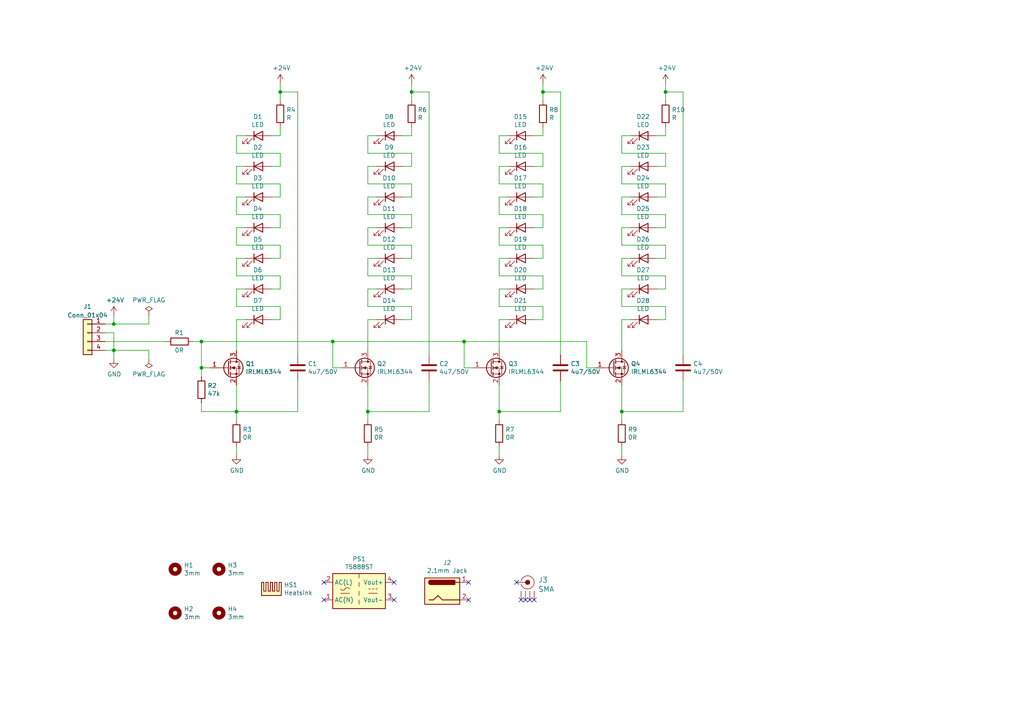
<source format=kicad_sch>
(kicad_sch (version 20230121) (generator eeschema)
  (paper "A4")
  (lib_symbols
    (symbol "Connector:Jack-DC" (pin_names (offset 1.016))
      (property "Reference" "J" (at 0 5.334 0))
      (property "Value" "Jack-DC" (at 0 -5.08 0))
      (symbol "Jack-DC_0_1"
        (rectangle (start -5.08 3.81) (end 5.08 -3.81) (stroke (width 0.254)) (fill (type background)))
        (arc (start -3.302 3.175) (mid -3.9343 2.54) (end -3.302 1.905) (stroke (width 0.254)))
        (arc (start -3.302 3.175) (mid -3.9343 2.54) (end -3.302 1.905) (stroke (width 0.254)) (fill (type outline)))
        (polyline (pts (xy 5.08 2.54) (xy 3.81 2.54)) (stroke (width 0.254)))
        (polyline (pts (xy -3.81 -2.54) (xy -2.54 -2.54) (xy -1.27 -1.27) (xy 0 -2.54) (xy 2.54 -2.54) (xy 5.08 -2.54)) (stroke (width 0.254)))
        (rectangle (start 3.683 3.175) (end -3.302 1.905) (stroke (width 0.254)) (fill (type outline)))
      )
      (symbol "Jack-DC_1_1"
        (pin passive line (at 7.62 2.54 180) (length 2.54) (name "~") (number "1"))
        (pin passive line (at 7.62 -2.54 180) (length 2.54) (name "~") (number "2"))
      )
    )
    (symbol "Connector_Generic:Conn_01x04" (pin_names (offset 1.016) hide)
      (property "Reference" "J" (at 0 5.08 0))
      (property "Value" "Conn_01x04" (at 0 -7.62 0))
      (symbol "Conn_01x04_1_1"
        (rectangle (start -1.27 -4.953) (end 0 -5.207) (stroke (width 0.1524)))
        (rectangle (start -1.27 -2.413) (end 0 -2.667) (stroke (width 0.1524)))
        (rectangle (start -1.27 0.127) (end 0 -0.127) (stroke (width 0.1524)))
        (rectangle (start -1.27 2.667) (end 0 2.413) (stroke (width 0.1524)))
        (rectangle (start -1.27 3.81) (end 1.27 -6.35) (stroke (width 0.254)) (fill (type background)))
        (pin passive line (at -5.08 2.54 0) (length 3.81) (name "Pin_1") (number "1"))
        (pin passive line (at -5.08 0 0) (length 3.81) (name "Pin_2") (number "2"))
        (pin passive line (at -5.08 -2.54 0) (length 3.81) (name "Pin_3") (number "3"))
        (pin passive line (at -5.08 -5.08 0) (length 3.81) (name "Pin_4") (number "4"))
      )
    )
    (symbol "Device:C" (pin_numbers hide) (pin_names (offset 0.254))
      (property "Reference" "C" (at 0.635 2.54 0))
      (property "Value" "C" (at 0.635 -2.54 0))
      (symbol "C_0_1"
        (polyline (pts (xy -2.032 -0.762) (xy 2.032 -0.762)) (stroke (width 0.508)))
        (polyline (pts (xy -2.032 0.762) (xy 2.032 0.762)) (stroke (width 0.508)))
      )
      (symbol "C_1_1"
        (pin passive line (at 0 3.81 270) (length 2.794) (name "~") (number "1"))
        (pin passive line (at 0 -3.81 90) (length 2.794) (name "~") (number "2"))
      )
    )
    (symbol "Device:LED" (pin_numbers hide) (pin_names (offset 1.016) hide)
      (property "Reference" "D" (at 0 2.54 0))
      (property "Value" "LED" (at 0 -2.54 0))
      (symbol "LED_0_1"
        (polyline (pts (xy -1.27 -1.27) (xy -1.27 1.27)) (stroke (width 0.254)))
        (polyline (pts (xy -1.27 0) (xy 1.27 0)))
        (polyline (pts (xy 1.27 -1.27) (xy 1.27 1.27) (xy -1.27 0) (xy 1.27 -1.27)) (stroke (width 0.254)))
        (polyline (pts (xy -3.048 -0.762) (xy -4.572 -2.286) (xy -3.81 -2.286) (xy -4.572 -2.286) (xy -4.572 -1.524)))
        (polyline (pts (xy -1.778 -0.762) (xy -3.302 -2.286) (xy -2.54 -2.286) (xy -3.302 -2.286) (xy -3.302 -1.524)))
      )
      (symbol "LED_1_1"
        (pin passive line (at -3.81 0 0) (length 2.54) (name "K") (number "1"))
        (pin passive line (at 3.81 0 180) (length 2.54) (name "A") (number "2"))
      )
    )
    (symbol "Device:Q_NMOS_GSD" (pin_names (offset 0) hide)
      (property "Reference" "Q" (at 5.08 1.27 0))
      (property "Value" "Q_NMOS_GSD" (at 5.08 -1.27 0))
      (symbol "Q_NMOS_GSD_0_1"
        (polyline (pts (xy 0.254 0) (xy -2.54 0)))
        (polyline (pts (xy 0.254 1.905) (xy 0.254 -1.905)) (stroke (width 0.254)))
        (polyline (pts (xy 0.762 -1.27) (xy 0.762 -2.286)) (stroke (width 0.254)))
        (polyline (pts (xy 0.762 0.508) (xy 0.762 -0.508)) (stroke (width 0.254)))
        (polyline (pts (xy 0.762 2.286) (xy 0.762 1.27)) (stroke (width 0.254)))
        (polyline (pts (xy 2.54 2.54) (xy 2.54 1.778)))
        (polyline (pts (xy 2.54 -2.54) (xy 2.54 0) (xy 0.762 0)))
        (polyline (pts (xy 0.762 -1.778) (xy 3.302 -1.778) (xy 3.302 1.778) (xy 0.762 1.778)))
        (polyline (pts (xy 1.016 0) (xy 2.032 0.381) (xy 2.032 -0.381) (xy 1.016 0)) (fill (type outline)))
        (polyline (pts (xy 2.794 0.508) (xy 2.921 0.381) (xy 3.683 0.381) (xy 3.81 0.254)))
        (polyline (pts (xy 3.302 0.381) (xy 2.921 -0.254) (xy 3.683 -0.254) (xy 3.302 0.381)))
        (circle (center 1.651 0) (radius 2.794) (stroke (width 0.254)))
        (circle (center 2.54 -1.778) (radius 0.254) (fill (type outline)))
        (circle (center 2.54 1.778) (radius 0.254) (fill (type outline)))
      )
      (symbol "Q_NMOS_GSD_1_1"
        (pin input line (at -5.08 0 0) (length 2.54) (name "G") (number "1"))
        (pin passive line (at 2.54 -5.08 90) (length 2.54) (name "S") (number "2"))
        (pin passive line (at 2.54 5.08 270) (length 2.54) (name "D") (number "3"))
      )
    )
    (symbol "Device:R" (pin_numbers hide) (pin_names (offset 0))
      (property "Reference" "R" (at 2.032 0 90))
      (property "Value" "R" (at 0 0 90))
      (symbol "R_0_1"
        (rectangle (start -1.016 -2.54) (end 1.016 2.54) (stroke (width 0.254)))
      )
      (symbol "R_1_1"
        (pin passive line (at 0 3.81 270) (length 1.27) (name "~") (number "1"))
        (pin passive line (at 0 -3.81 90) (length 1.27) (name "~") (number "2"))
      )
    )
    (symbol "LEDring-rescue:RAC01-24SGB-Converter_ACDC"
      (property "Reference" "PS" (at 0 6.35 0))
      (property "Value" "Converter_ACDC_RAC01-24SGB" (at 0 -6.35 0))
      (symbol "RAC01-24SGB-Converter_ACDC_1_1"
        (rectangle (start -7.62 5.08) (end 7.62 -5.08) (stroke (width 0.254)) (fill (type background)))
        (arc (start -5.334 0.635) (mid -4.699 0.2495) (end -4.064 0.635))
        (arc (start -2.794 0.635) (mid -3.429 1.0072) (end -4.064 0.635))
        (polyline (pts (xy -5.334 -0.635) (xy -2.794 -0.635)))
        (polyline (pts (xy 0 -2.54) (xy 0 -3.81)))
        (polyline (pts (xy 0 0) (xy 0 -1.27)))
        (polyline (pts (xy 0 2.54) (xy 0 1.27)))
        (polyline (pts (xy 0 5.08) (xy 0 3.81)))
        (polyline (pts (xy 2.794 -0.635) (xy 5.334 -0.635)))
        (polyline (pts (xy 2.794 0.635) (xy 3.302 0.635)))
        (polyline (pts (xy 3.81 0.635) (xy 4.318 0.635)))
        (polyline (pts (xy 4.826 0.635) (xy 5.334 0.635)))
        (pin power_in line (at -10.16 -2.54 0) (length 2.54) (name "AC(N)") (number "1"))
        (pin power_in line (at -10.16 2.54 0) (length 2.54) (name "AC(L)") (number "2"))
        (pin power_out line (at 10.16 -2.54 180) (length 2.54) (name "Vout-") (number "3"))
        (pin power_out line (at 10.16 2.54 180) (length 2.54) (name "Vout+") (number "4"))
      )
    )
    (symbol "LEDring-rescue:SMA-jakub" (pin_numbers hide) (pin_names (offset 1.016) hide)
      (property "Reference" "J" (at 3.175 8.001 0))
      (property "Value" "jakub_SMA" (at 4.826 6.096 0))
      (property "Footprint" "SMA" (at 4.445 4.318 0))
      (symbol "SMA-jakub_0_1"
        (arc (start -2.54 7.112) (mid -1.8259 6.0889) (end -0.635 5.715))
        (arc (start -0.635 5.715) (mid 1.2617 7.62) (end -0.635 9.525))
        (circle (center -0.635 7.62) (radius 0.635) (fill (type outline)))
        (arc (start -0.635 9.525) (mid -1.8486 9.09) (end -2.54 8.001))
      )
      (symbol "SMA-jakub_1_1"
        (pin bidirectional line (at -3.81 7.62 0) (length 2.54) (name "RF") (number "1"))
        (pin power_in line (at -2.54 2.54 90) (length 2.54) (name "GND1") (number "2"))
        (pin power_in line (at -1.27 2.54 90) (length 2.54) (name "GND2") (number "3"))
        (pin power_in line (at 0 2.54 90) (length 2.54) (name "GND3") (number "4"))
        (pin power_in line (at 1.27 2.54 90) (length 2.54) (name "GND4") (number "5"))
      )
    )
    (symbol "Mechanical:Heatsink" (pin_names (offset 1.016))
      (property "Reference" "HS" (at 0 5.08 0))
      (property "Value" "Heatsink" (at 0 -1.27 0))
      (symbol "Heatsink_0_1"
        (polyline (pts (xy -0.3302 1.27) (xy -0.9652 1.27) (xy -0.9652 3.81) (xy -1.6002 3.81) (xy -1.6002 1.27) (xy -2.2352 1.27) (xy -2.2352 3.81) (xy -2.8702 3.81) (xy -2.8702 0) (xy -0.9652 0)) (stroke (width 0.254)) (fill (type background)))
        (polyline (pts (xy -0.3302 1.27) (xy -0.3302 3.81) (xy 0.3048 3.81) (xy 0.3048 1.27) (xy 0.9398 1.27) (xy 0.9398 3.81) (xy 1.5748 3.81) (xy 1.5748 1.27) (xy 2.2098 1.27) (xy 2.2098 3.81) (xy 2.8448 3.81) (xy 2.8448 0) (xy -0.9652 0)) (stroke (width 0.254)) (fill (type background)))
      )
    )
    (symbol "Mechanical:MountingHole" (pin_names (offset 1.016))
      (property "Reference" "H" (at 0 5.08 0))
      (property "Value" "MountingHole" (at 0 3.175 0))
      (symbol "MountingHole_0_1"
        (circle (center 0 0) (radius 1.27) (stroke (width 1.27)))
      )
    )
    (symbol "power:+24V" (power) (pin_names (offset 0))
      (property "Value" "+24V" (at 0 3.556 0))
      (symbol "+24V_0_1"
        (polyline (pts (xy -0.762 1.27) (xy 0 2.54)))
        (polyline (pts (xy 0 0) (xy 0 2.54)))
        (polyline (pts (xy 0 2.54) (xy 0.762 1.27)))
      )
      (symbol "+24V_1_1"
        (pin power_in line (at 0 0 90) (length 0) hide (name "+24V") (number "1"))
      )
    )
    (symbol "power:GND" (power) (pin_names (offset 0))
      (property "Value" "GND" (at 0 -3.81 0))
      (symbol "GND_0_1"
        (polyline (pts (xy 0 0) (xy 0 -1.27) (xy 1.27 -1.27) (xy 0 -2.54) (xy -1.27 -1.27) (xy 0 -1.27)))
      )
      (symbol "GND_1_1"
        (pin power_in line (at 0 0 270) (length 0) hide (name "GND") (number "1"))
      )
    )
    (symbol "power:PWR_FLAG" (power) (pin_numbers hide) (pin_names (offset 0) hide)
      (property "Value" "PWR_FLAG" (at 0 3.81 0))
      (symbol "PWR_FLAG_0_0"
        (pin power_out line (at 0 0 90) (length 0) (name "pwr") (number "1"))
      )
      (symbol "PWR_FLAG_0_1"
        (polyline (pts (xy 0 0) (xy 0 1.27) (xy -1.016 1.905) (xy 0 2.54) (xy 1.016 1.905) (xy 0 1.27)))
      )
    )
  )
  (junction (at 58.42 99.06))
  (junction (at 119.38 26.67))
  (junction (at 33.02 93.98))
  (junction (at 81.28 26.67))
  (junction (at 68.58 119.38))
  (junction (at 134.62 99.06))
  (junction (at 106.68 119.38))
  (junction (at 33.02 101.6))
  (junction (at 157.48 26.67))
  (junction (at 180.34 119.38))
  (junction (at 58.42 106.68))
  (junction (at 193.04 26.67))
  (junction (at 144.78 119.38))
  (junction (at 96.52 99.06))
  (no_connect (at 154.94 173.99))
  (no_connect (at 153.67 173.99))
  (no_connect (at 149.86 168.91))
  (no_connect (at 114.3 173.99))
  (no_connect (at 135.89 173.99))
  (no_connect (at 114.3 168.91))
  (no_connect (at 93.98 173.99))
  (no_connect (at 93.98 168.91))
  (no_connect (at 135.89 168.91))
  (no_connect (at 151.13 173.99))
  (no_connect (at 152.4 173.99))
  (wire (pts (xy 193.04 83.82) (xy 190.5 83.82)))
  (wire (pts (xy 180.34 119.38) (xy 180.34 121.92)))
  (wire (pts (xy 180.34 71.12) (xy 193.04 71.12)))
  (wire (pts (xy 33.02 101.6) (xy 33.02 104.14)))
  (wire (pts (xy 106.68 62.23) (xy 119.38 62.23)))
  (wire (pts (xy 180.34 83.82) (xy 180.34 88.9)))
  (wire (pts (xy 68.58 74.93) (xy 68.58 80.01)))
  (wire (pts (xy 78.74 39.37) (xy 81.28 39.37)))
  (wire (pts (xy 33.02 96.52) (xy 33.02 101.6)))
  (wire (pts (xy 144.78 101.6) (xy 144.78 92.71)))
  (wire (pts (xy 157.48 71.12) (xy 157.48 74.93)))
  (wire (pts (xy 106.68 74.93) (xy 106.68 80.01)))
  (wire (pts (xy 81.28 92.71) (xy 81.28 88.9)))
  (wire (pts (xy 81.28 29.21) (xy 81.28 26.67)))
  (wire (pts (xy 119.38 62.23) (xy 119.38 66.04)))
  (wire (pts (xy 144.78 111.76) (xy 144.78 119.38)))
  (wire (pts (xy 180.34 39.37) (xy 180.34 44.45)))
  (wire (pts (xy 68.58 119.38) (xy 86.36 119.38)))
  (wire (pts (xy 119.38 66.04) (xy 116.84 66.04)))
  (wire (pts (xy 116.84 57.15) (xy 119.38 57.15)))
  (wire (pts (xy 193.04 88.9) (xy 193.04 92.71)))
  (wire (pts (xy 144.78 119.38) (xy 144.78 121.92)))
  (wire (pts (xy 193.04 71.12) (xy 193.04 74.93)))
  (wire (pts (xy 124.46 110.49) (xy 124.46 119.38)))
  (wire (pts (xy 193.04 26.67) (xy 193.04 29.21)))
  (wire (pts (xy 119.38 53.34) (xy 106.68 53.34)))
  (wire (pts (xy 119.38 80.01) (xy 119.38 83.82)))
  (wire (pts (xy 119.38 44.45) (xy 119.38 48.26)))
  (wire (pts (xy 71.12 57.15) (xy 68.58 57.15)))
  (wire (pts (xy 119.38 74.93) (xy 116.84 74.93)))
  (wire (pts (xy 68.58 53.34) (xy 81.28 53.34)))
  (wire (pts (xy 71.12 48.26) (xy 68.58 48.26)))
  (wire (pts (xy 157.48 53.34) (xy 157.48 57.15)))
  (wire (pts (xy 30.48 99.06) (xy 48.26 99.06)))
  (wire (pts (xy 144.78 44.45) (xy 157.48 44.45)))
  (wire (pts (xy 180.34 44.45) (xy 193.04 44.45)))
  (wire (pts (xy 193.04 39.37) (xy 190.5 39.37)))
  (wire (pts (xy 109.22 48.26) (xy 106.68 48.26)))
  (wire (pts (xy 157.48 66.04) (xy 154.94 66.04)))
  (wire (pts (xy 33.02 101.6) (xy 43.18 101.6)))
  (wire (pts (xy 58.42 109.22) (xy 58.42 106.68)))
  (wire (pts (xy 106.68 129.54) (xy 106.68 132.08)))
  (wire (pts (xy 157.48 44.45) (xy 157.48 48.26)))
  (wire (pts (xy 106.68 88.9) (xy 106.68 83.82)))
  (wire (pts (xy 81.28 80.01) (xy 81.28 83.82)))
  (wire (pts (xy 68.58 71.12) (xy 81.28 71.12)))
  (wire (pts (xy 154.94 39.37) (xy 157.48 39.37)))
  (wire (pts (xy 182.88 83.82) (xy 180.34 83.82)))
  (wire (pts (xy 55.88 99.06) (xy 58.42 99.06)))
  (wire (pts (xy 193.04 36.83) (xy 193.04 39.37)))
  (wire (pts (xy 81.28 44.45) (xy 81.28 48.26)))
  (wire (pts (xy 116.84 92.71) (xy 119.38 92.71)))
  (wire (pts (xy 119.38 24.13) (xy 119.38 26.67)))
  (wire (pts (xy 147.32 83.82) (xy 144.78 83.82)))
  (wire (pts (xy 144.78 48.26) (xy 144.78 53.34)))
  (wire (pts (xy 144.78 92.71) (xy 147.32 92.71)))
  (wire (pts (xy 157.48 80.01) (xy 157.48 83.82)))
  (wire (pts (xy 157.48 26.67) (xy 157.48 24.13)))
  (wire (pts (xy 198.12 26.67) (xy 193.04 26.67)))
  (wire (pts (xy 119.38 71.12) (xy 119.38 74.93)))
  (wire (pts (xy 109.22 66.04) (xy 106.68 66.04)))
  (wire (pts (xy 144.78 80.01) (xy 157.48 80.01)))
  (wire (pts (xy 193.04 92.71) (xy 190.5 92.71)))
  (wire (pts (xy 119.38 57.15) (xy 119.38 53.34)))
  (wire (pts (xy 198.12 119.38) (xy 180.34 119.38)))
  (wire (pts (xy 147.32 48.26) (xy 144.78 48.26)))
  (wire (pts (xy 106.68 57.15) (xy 106.68 62.23)))
  (wire (pts (xy 180.34 80.01) (xy 193.04 80.01)))
  (wire (pts (xy 162.56 102.87) (xy 162.56 26.67)))
  (wire (pts (xy 106.68 71.12) (xy 119.38 71.12)))
  (wire (pts (xy 78.74 74.93) (xy 81.28 74.93)))
  (wire (pts (xy 180.34 92.71) (xy 182.88 92.71)))
  (wire (pts (xy 134.62 99.06) (xy 134.62 106.68)))
  (wire (pts (xy 154.94 74.93) (xy 157.48 74.93)))
  (wire (pts (xy 68.58 44.45) (xy 81.28 44.45)))
  (wire (pts (xy 119.38 83.82) (xy 116.84 83.82)))
  (wire (pts (xy 58.42 119.38) (xy 68.58 119.38)))
  (wire (pts (xy 81.28 26.67) (xy 81.28 24.13)))
  (wire (pts (xy 68.58 119.38) (xy 68.58 121.92)))
  (wire (pts (xy 144.78 62.23) (xy 157.48 62.23)))
  (wire (pts (xy 180.34 111.76) (xy 180.34 119.38)))
  (wire (pts (xy 180.34 88.9) (xy 193.04 88.9)))
  (wire (pts (xy 81.28 39.37) (xy 81.28 36.83)))
  (wire (pts (xy 109.22 57.15) (xy 106.68 57.15)))
  (wire (pts (xy 109.22 74.93) (xy 106.68 74.93)))
  (wire (pts (xy 30.48 93.98) (xy 33.02 93.98)))
  (wire (pts (xy 71.12 74.93) (xy 68.58 74.93)))
  (wire (pts (xy 68.58 57.15) (xy 68.58 62.23)))
  (wire (pts (xy 180.34 74.93) (xy 180.34 80.01)))
  (wire (pts (xy 162.56 26.67) (xy 157.48 26.67)))
  (wire (pts (xy 193.04 53.34) (xy 193.04 57.15)))
  (wire (pts (xy 157.48 92.71) (xy 157.48 88.9)))
  (wire (pts (xy 33.02 93.98) (xy 43.18 93.98)))
  (wire (pts (xy 170.18 106.68) (xy 172.72 106.68)))
  (wire (pts (xy 180.34 101.6) (xy 180.34 92.71)))
  (wire (pts (xy 124.46 119.38) (xy 106.68 119.38)))
  (wire (pts (xy 193.04 66.04) (xy 190.5 66.04)))
  (wire (pts (xy 180.34 57.15) (xy 180.34 62.23)))
  (wire (pts (xy 119.38 48.26) (xy 116.84 48.26)))
  (wire (pts (xy 86.36 26.67) (xy 81.28 26.67)))
  (wire (pts (xy 157.48 62.23) (xy 157.48 66.04)))
  (wire (pts (xy 81.28 88.9) (xy 68.58 88.9)))
  (wire (pts (xy 147.32 74.93) (xy 144.78 74.93)))
  (wire (pts (xy 134.62 106.68) (xy 137.16 106.68)))
  (wire (pts (xy 119.38 26.67) (xy 119.38 29.21)))
  (wire (pts (xy 182.88 57.15) (xy 180.34 57.15)))
  (wire (pts (xy 71.12 92.71) (xy 68.58 92.71)))
  (wire (pts (xy 106.68 53.34) (xy 106.68 48.26)))
  (wire (pts (xy 180.34 48.26) (xy 180.34 53.34)))
  (wire (pts (xy 157.48 29.21) (xy 157.48 26.67)))
  (wire (pts (xy 180.34 129.54) (xy 180.34 132.08)))
  (wire (pts (xy 182.88 48.26) (xy 180.34 48.26)))
  (wire (pts (xy 68.58 80.01) (xy 81.28 80.01)))
  (wire (pts (xy 96.52 99.06) (xy 96.52 106.68)))
  (wire (pts (xy 180.34 53.34) (xy 193.04 53.34)))
  (wire (pts (xy 154.94 92.71) (xy 157.48 92.71)))
  (wire (pts (xy 144.78 57.15) (xy 144.78 62.23)))
  (wire (pts (xy 106.68 44.45) (xy 119.38 44.45)))
  (wire (pts (xy 71.12 83.82) (xy 68.58 83.82)))
  (wire (pts (xy 144.78 53.34) (xy 157.48 53.34)))
  (wire (pts (xy 124.46 102.87) (xy 124.46 26.67)))
  (wire (pts (xy 157.48 57.15) (xy 154.94 57.15)))
  (wire (pts (xy 144.78 129.54) (xy 144.78 132.08)))
  (wire (pts (xy 96.52 106.68) (xy 99.06 106.68)))
  (wire (pts (xy 144.78 71.12) (xy 157.48 71.12)))
  (wire (pts (xy 193.04 44.45) (xy 193.04 48.26)))
  (wire (pts (xy 58.42 116.84) (xy 58.42 119.38)))
  (wire (pts (xy 147.32 57.15) (xy 144.78 57.15)))
  (wire (pts (xy 33.02 93.98) (xy 33.02 91.44)))
  (wire (pts (xy 58.42 106.68) (xy 58.42 99.06)))
  (wire (pts (xy 81.28 71.12) (xy 81.28 74.93)))
  (wire (pts (xy 180.34 62.23) (xy 193.04 62.23)))
  (wire (pts (xy 81.28 53.34) (xy 81.28 57.15)))
  (wire (pts (xy 157.48 48.26) (xy 154.94 48.26)))
  (wire (pts (xy 198.12 110.49) (xy 198.12 119.38)))
  (wire (pts (xy 109.22 39.37) (xy 106.68 39.37)))
  (wire (pts (xy 182.88 39.37) (xy 180.34 39.37)))
  (wire (pts (xy 81.28 66.04) (xy 78.74 66.04)))
  (wire (pts (xy 180.34 66.04) (xy 180.34 71.12)))
  (wire (pts (xy 68.58 88.9) (xy 68.58 83.82)))
  (wire (pts (xy 81.28 48.26) (xy 78.74 48.26)))
  (wire (pts (xy 144.78 88.9) (xy 144.78 83.82)))
  (wire (pts (xy 106.68 119.38) (xy 106.68 121.92)))
  (wire (pts (xy 68.58 111.76) (xy 68.58 119.38)))
  (wire (pts (xy 106.68 39.37) (xy 106.68 44.45)))
  (wire (pts (xy 144.78 74.93) (xy 144.78 80.01)))
  (wire (pts (xy 157.48 83.82) (xy 154.94 83.82)))
  (wire (pts (xy 30.48 101.6) (xy 33.02 101.6)))
  (wire (pts (xy 81.28 62.23) (xy 81.28 66.04)))
  (wire (pts (xy 193.04 74.93) (xy 190.5 74.93)))
  (wire (pts (xy 58.42 99.06) (xy 96.52 99.06)))
  (wire (pts (xy 193.04 24.13) (xy 193.04 26.67)))
  (wire (pts (xy 170.18 99.06) (xy 170.18 106.68)))
  (wire (pts (xy 109.22 83.82) (xy 106.68 83.82)))
  (wire (pts (xy 86.36 119.38) (xy 86.36 110.49)))
  (wire (pts (xy 68.58 48.26) (xy 68.58 53.34)))
  (wire (pts (xy 119.38 88.9) (xy 106.68 88.9)))
  (wire (pts (xy 96.52 99.06) (xy 134.62 99.06)))
  (wire (pts (xy 182.88 74.93) (xy 180.34 74.93)))
  (wire (pts (xy 190.5 57.15) (xy 193.04 57.15)))
  (wire (pts (xy 157.48 88.9) (xy 144.78 88.9)))
  (wire (pts (xy 106.68 111.76) (xy 106.68 119.38)))
  (wire (pts (xy 81.28 57.15) (xy 78.74 57.15)))
  (wire (pts (xy 43.18 93.98) (xy 43.18 91.44)))
  (wire (pts (xy 124.46 26.67) (xy 119.38 26.67)))
  (wire (pts (xy 162.56 110.49) (xy 162.56 119.38)))
  (wire (pts (xy 109.22 92.71) (xy 106.68 92.71)))
  (wire (pts (xy 106.68 92.71) (xy 106.68 101.6)))
  (wire (pts (xy 68.58 129.54) (xy 68.58 132.08)))
  (wire (pts (xy 68.58 92.71) (xy 68.58 101.6)))
  (wire (pts (xy 71.12 39.37) (xy 68.58 39.37)))
  (wire (pts (xy 144.78 66.04) (xy 144.78 71.12)))
  (wire (pts (xy 68.58 62.23) (xy 81.28 62.23)))
  (wire (pts (xy 68.58 39.37) (xy 68.58 44.45)))
  (wire (pts (xy 182.88 66.04) (xy 180.34 66.04)))
  (wire (pts (xy 193.04 48.26) (xy 190.5 48.26)))
  (wire (pts (xy 106.68 66.04) (xy 106.68 71.12)))
  (wire (pts (xy 162.56 119.38) (xy 144.78 119.38)))
  (wire (pts (xy 30.48 96.52) (xy 33.02 96.52)))
  (wire (pts (xy 58.42 106.68) (xy 60.96 106.68)))
  (wire (pts (xy 119.38 92.71) (xy 119.38 88.9)))
  (wire (pts (xy 193.04 80.01) (xy 193.04 83.82)))
  (wire (pts (xy 119.38 39.37) (xy 116.84 39.37)))
  (wire (pts (xy 157.48 39.37) (xy 157.48 36.83)))
  (wire (pts (xy 198.12 102.87) (xy 198.12 26.67)))
  (wire (pts (xy 106.68 80.01) (xy 119.38 80.01)))
  (wire (pts (xy 119.38 36.83) (xy 119.38 39.37)))
  (wire (pts (xy 78.74 92.71) (xy 81.28 92.71)))
  (wire (pts (xy 81.28 83.82) (xy 78.74 83.82)))
  (wire (pts (xy 71.12 66.04) (xy 68.58 66.04)))
  (wire (pts (xy 134.62 99.06) (xy 170.18 99.06)))
  (wire (pts (xy 147.32 39.37) (xy 144.78 39.37)))
  (wire (pts (xy 144.78 39.37) (xy 144.78 44.45)))
  (wire (pts (xy 193.04 62.23) (xy 193.04 66.04)))
  (wire (pts (xy 68.58 66.04) (xy 68.58 71.12)))
  (wire (pts (xy 147.32 66.04) (xy 144.78 66.04)))
  (wire (pts (xy 43.18 101.6) (xy 43.18 104.14)))
  (wire (pts (xy 86.36 102.87) (xy 86.36 26.67)))
  (symbol (lib_id "Device:LED") (at 74.93 39.37 0) (unit 1)
    (property "Reference" "D1" (at 74.7522 33.8582 0))
    (property "Value" "LED" (at 74.7522 36.1696 0))
    (property "Footprint" "jakub:LED_Cree_PLCC2" (effects hide))
    (property "Part Number" "CLM3C-WKW-CWBYA453" (effects hide))
    (property "Manufacturer" "Cree" (effects hide))
    (property "Package" "2.7 mm x 2.0 mm" (effects hide))
    (property "Supplier" "Farnell" (effects hide))
    (property "Order Code" "1855551" (effects hide))
    (property "Note" "SMD LED cool white 25 mA" (effects hide))
  )
  (symbol (lib_id "Device:LED") (at 74.93 48.26 0) (unit 1)
    (property "Reference" "D2" (at 74.7522 42.7482 0))
    (property "Value" "LED" (at 74.7522 45.0596 0))
    (property "Footprint" "jakub:LED_Cree_PLCC2" (effects hide))
    (property "Part Number" "CLM3C-WKW-CWBYA453" (effects hide))
    (property "Manufacturer" "Cree" (effects hide))
    (property "Package" "2.7 mm x 2.0 mm" (effects hide))
    (property "Supplier" "Farnell" (effects hide))
    (property "Order Code" "1855551" (effects hide))
    (property "Note" "SMD LED cool white 25 mA" (effects hide))
  )
  (symbol (lib_id "Device:LED") (at 74.93 57.15 0) (unit 1)
    (property "Reference" "D3" (at 74.7522 51.6382 0))
    (property "Value" "LED" (at 74.7522 53.9496 0))
    (property "Footprint" "jakub:LED_Cree_PLCC2" (effects hide))
    (property "Part Number" "CLM3C-WKW-CWBYA453" (effects hide))
    (property "Manufacturer" "Cree" (effects hide))
    (property "Package" "2.7 mm x 2.0 mm" (effects hide))
    (property "Supplier" "Farnell" (effects hide))
    (property "Order Code" "1855551" (effects hide))
    (property "Note" "SMD LED cool white 25 mA" (effects hide))
  )
  (symbol (lib_id "Device:LED") (at 74.93 66.04 0) (unit 1)
    (property "Reference" "D4" (at 74.7522 60.5282 0))
    (property "Value" "LED" (at 74.7522 62.8396 0))
    (property "Footprint" "jakub:LED_Cree_PLCC2" (effects hide))
    (property "Part Number" "CLM3C-WKW-CWBYA453" (effects hide))
    (property "Manufacturer" "Cree" (effects hide))
    (property "Package" "2.7 mm x 2.0 mm" (effects hide))
    (property "Supplier" "Farnell" (effects hide))
    (property "Order Code" "1855551" (effects hide))
    (property "Note" "SMD LED cool white 25 mA" (effects hide))
  )
  (symbol (lib_id "Device:LED") (at 74.93 74.93 0) (unit 1)
    (property "Reference" "D5" (at 74.7522 69.4182 0))
    (property "Value" "LED" (at 74.7522 71.7296 0))
    (property "Footprint" "jakub:LED_Cree_PLCC2" (effects hide))
    (property "Part Number" "CLM3C-WKW-CWBYA453" (effects hide))
    (property "Manufacturer" "Cree" (effects hide))
    (property "Package" "2.7 mm x 2.0 mm" (effects hide))
    (property "Supplier" "Farnell" (effects hide))
    (property "Order Code" "1855551" (effects hide))
    (property "Note" "SMD LED cool white 25 mA" (effects hide))
  )
  (symbol (lib_id "Device:LED") (at 74.93 83.82 0) (unit 1)
    (property "Reference" "D6" (at 74.7522 78.3082 0))
    (property "Value" "LED" (at 74.7522 80.6196 0))
    (property "Footprint" "jakub:LED_Cree_PLCC2" (effects hide))
    (property "Part Number" "CLM3C-WKW-CWBYA453" (effects hide))
    (property "Manufacturer" "Cree" (effects hide))
    (property "Package" "2.7 mm x 2.0 mm" (effects hide))
    (property "Supplier" "Farnell" (effects hide))
    (property "Order Code" "1855551" (effects hide))
    (property "Note" "SMD LED cool white 25 mA" (effects hide))
  )
  (symbol (lib_id "Device:LED") (at 113.03 39.37 0) (unit 1)
    (property "Reference" "D8" (at 112.8522 33.8582 0))
    (property "Value" "LED" (at 112.8522 36.1696 0))
    (property "Footprint" "jakub:LED_Cree_PLCC2" (effects hide))
    (property "Part Number" "CLM3C-WKW-CWBYA453" (effects hide))
    (property "Manufacturer" "Cree" (effects hide))
    (property "Package" "2.7 mm x 2.0 mm" (effects hide))
    (property "Supplier" "Farnell" (effects hide))
    (property "Order Code" "1855551" (effects hide))
    (property "Note" "SMD LED cool white 25 mA" (effects hide))
  )
  (symbol (lib_id "Device:LED") (at 113.03 48.26 0) (unit 1)
    (property "Reference" "D9" (at 112.8522 42.7482 0))
    (property "Value" "LED" (at 112.8522 45.0596 0))
    (property "Footprint" "jakub:LED_Cree_PLCC2" (effects hide))
    (property "Part Number" "CLM3C-WKW-CWBYA453" (effects hide))
    (property "Manufacturer" "Cree" (effects hide))
    (property "Package" "2.7 mm x 2.0 mm" (effects hide))
    (property "Supplier" "Farnell" (effects hide))
    (property "Order Code" "1855551" (effects hide))
    (property "Note" "SMD LED cool white 25 mA" (effects hide))
  )
  (symbol (lib_id "Device:LED") (at 113.03 57.15 0) (unit 1)
    (property "Reference" "D10" (at 112.8522 51.6382 0))
    (property "Value" "LED" (at 112.8522 53.9496 0))
    (property "Footprint" "jakub:LED_Cree_PLCC2" (effects hide))
    (property "Part Number" "CLM3C-WKW-CWBYA453" (effects hide))
    (property "Manufacturer" "Cree" (effects hide))
    (property "Package" "2.7 mm x 2.0 mm" (effects hide))
    (property "Supplier" "Farnell" (effects hide))
    (property "Order Code" "1855551" (effects hide))
    (property "Note" "SMD LED cool white 25 mA" (effects hide))
  )
  (symbol (lib_id "Device:LED") (at 113.03 66.04 0) (unit 1)
    (property "Reference" "D11" (at 112.8522 60.5282 0))
    (property "Value" "LED" (at 112.8522 62.8396 0))
    (property "Footprint" "jakub:LED_Cree_PLCC2" (effects hide))
    (property "Part Number" "CLM3C-WKW-CWBYA453" (effects hide))
    (property "Manufacturer" "Cree" (effects hide))
    (property "Package" "2.7 mm x 2.0 mm" (effects hide))
    (property "Supplier" "Farnell" (effects hide))
    (property "Order Code" "1855551" (effects hide))
    (property "Note" "SMD LED cool white 25 mA" (effects hide))
  )
  (symbol (lib_id "Device:LED") (at 113.03 74.93 0) (unit 1)
    (property "Reference" "D12" (at 112.8522 69.4182 0))
    (property "Value" "LED" (at 112.8522 71.7296 0))
    (property "Footprint" "jakub:LED_Cree_PLCC2" (effects hide))
    (property "Part Number" "CLM3C-WKW-CWBYA453" (effects hide))
    (property "Manufacturer" "Cree" (effects hide))
    (property "Package" "2.7 mm x 2.0 mm" (effects hide))
    (property "Supplier" "Farnell" (effects hide))
    (property "Order Code" "1855551" (effects hide))
    (property "Note" "SMD LED cool white 25 mA" (effects hide))
  )
  (symbol (lib_id "Device:LED") (at 113.03 83.82 0) (unit 1)
    (property "Reference" "D13" (at 112.8522 78.3082 0))
    (property "Value" "LED" (at 112.8522 80.6196 0))
    (property "Footprint" "jakub:LED_Cree_PLCC2" (effects hide))
    (property "Part Number" "CLM3C-WKW-CWBYA453" (effects hide))
    (property "Manufacturer" "Cree" (effects hide))
    (property "Package" "2.7 mm x 2.0 mm" (effects hide))
    (property "Supplier" "Farnell" (effects hide))
    (property "Order Code" "1855551" (effects hide))
    (property "Note" "SMD LED cool white 25 mA" (effects hide))
  )
  (symbol (lib_id "Device:LED") (at 151.13 39.37 0) (unit 1)
    (property "Reference" "D15" (at 150.9522 33.8582 0))
    (property "Value" "LED" (at 150.9522 36.1696 0))
    (property "Footprint" "jakub:LED_Cree_PLCC2" (effects hide))
    (property "Part Number" "CLM3C-WKW-CWBYA453" (effects hide))
    (property "Manufacturer" "Cree" (effects hide))
    (property "Package" "2.7 mm x 2.0 mm" (effects hide))
    (property "Supplier" "Farnell" (effects hide))
    (property "Order Code" "1855551" (effects hide))
    (property "Note" "SMD LED cool white 25 mA" (effects hide))
  )
  (symbol (lib_id "Device:LED") (at 151.13 48.26 0) (unit 1)
    (property "Reference" "D16" (at 150.9522 42.7482 0))
    (property "Value" "LED" (at 150.9522 45.0596 0))
    (property "Footprint" "jakub:LED_Cree_PLCC2" (effects hide))
    (property "Part Number" "CLM3C-WKW-CWBYA453" (effects hide))
    (property "Manufacturer" "Cree" (effects hide))
    (property "Package" "2.7 mm x 2.0 mm" (effects hide))
    (property "Supplier" "Farnell" (effects hide))
    (property "Order Code" "1855551" (effects hide))
    (property "Note" "SMD LED cool white 25 mA" (effects hide))
  )
  (symbol (lib_id "Device:LED") (at 151.13 57.15 0) (unit 1)
    (property "Reference" "D17" (at 150.9522 51.6382 0))
    (property "Value" "LED" (at 150.9522 53.9496 0))
    (property "Footprint" "jakub:LED_Cree_PLCC2" (effects hide))
    (property "Part Number" "CLM3C-WKW-CWBYA453" (effects hide))
    (property "Manufacturer" "Cree" (effects hide))
    (property "Package" "2.7 mm x 2.0 mm" (effects hide))
    (property "Supplier" "Farnell" (effects hide))
    (property "Order Code" "1855551" (effects hide))
    (property "Note" "SMD LED cool white 25 mA" (effects hide))
  )
  (symbol (lib_id "Device:LED") (at 151.13 66.04 0) (unit 1)
    (property "Reference" "D18" (at 150.9522 60.5282 0))
    (property "Value" "LED" (at 150.9522 62.8396 0))
    (property "Footprint" "jakub:LED_Cree_PLCC2" (effects hide))
    (property "Part Number" "CLM3C-WKW-CWBYA453" (effects hide))
    (property "Manufacturer" "Cree" (effects hide))
    (property "Package" "2.7 mm x 2.0 mm" (effects hide))
    (property "Supplier" "Farnell" (effects hide))
    (property "Order Code" "1855551" (effects hide))
    (property "Note" "SMD LED cool white 25 mA" (effects hide))
  )
  (symbol (lib_id "Device:LED") (at 151.13 74.93 0) (unit 1)
    (property "Reference" "D19" (at 150.9522 69.4182 0))
    (property "Value" "LED" (at 150.9522 71.7296 0))
    (property "Footprint" "jakub:LED_Cree_PLCC2" (effects hide))
    (property "Part Number" "CLM3C-WKW-CWBYA453" (effects hide))
    (property "Manufacturer" "Cree" (effects hide))
    (property "Package" "2.7 mm x 2.0 mm" (effects hide))
    (property "Supplier" "Farnell" (effects hide))
    (property "Order Code" "1855551" (effects hide))
    (property "Note" "SMD LED cool white 25 mA" (effects hide))
  )
  (symbol (lib_id "Device:LED") (at 151.13 83.82 0) (unit 1)
    (property "Reference" "D20" (at 150.9522 78.3082 0))
    (property "Value" "LED" (at 150.9522 80.6196 0))
    (property "Footprint" "jakub:LED_Cree_PLCC2" (effects hide))
    (property "Part Number" "CLM3C-WKW-CWBYA453" (effects hide))
    (property "Manufacturer" "Cree" (effects hide))
    (property "Package" "2.7 mm x 2.0 mm" (effects hide))
    (property "Supplier" "Farnell" (effects hide))
    (property "Order Code" "1855551" (effects hide))
    (property "Note" "SMD LED cool white 25 mA" (effects hide))
  )
  (symbol (lib_id "Device:LED") (at 186.69 39.37 0) (unit 1)
    (property "Reference" "D22" (at 186.5122 33.8582 0))
    (property "Value" "LED" (at 186.5122 36.1696 0))
    (property "Footprint" "jakub:LED_Cree_PLCC2" (effects hide))
    (property "Part Number" "CLM3C-WKW-CWBYA453" (effects hide))
    (property "Manufacturer" "Cree" (effects hide))
    (property "Package" "2.7 mm x 2.0 mm" (effects hide))
    (property "Supplier" "Farnell" (effects hide))
    (property "Order Code" "1855551" (effects hide))
    (property "Note" "SMD LED cool white 25 mA" (effects hide))
  )
  (symbol (lib_id "Device:LED") (at 186.69 48.26 0) (unit 1)
    (property "Reference" "D23" (at 186.5122 42.7482 0))
    (property "Value" "LED" (at 186.5122 45.0596 0))
    (property "Footprint" "jakub:LED_Cree_PLCC2" (effects hide))
    (property "Part Number" "CLM3C-WKW-CWBYA453" (effects hide))
    (property "Manufacturer" "Cree" (effects hide))
    (property "Package" "2.7 mm x 2.0 mm" (effects hide))
    (property "Supplier" "Farnell" (effects hide))
    (property "Order Code" "1855551" (effects hide))
    (property "Note" "SMD LED cool white 25 mA" (effects hide))
  )
  (symbol (lib_id "Device:LED") (at 186.69 57.15 0) (unit 1)
    (property "Reference" "D24" (at 186.5122 51.6382 0))
    (property "Value" "LED" (at 186.5122 53.9496 0))
    (property "Footprint" "jakub:LED_Cree_PLCC2" (effects hide))
    (property "Part Number" "CLM3C-WKW-CWBYA453" (effects hide))
    (property "Manufacturer" "Cree" (effects hide))
    (property "Package" "2.7 mm x 2.0 mm" (effects hide))
    (property "Supplier" "Farnell" (effects hide))
    (property "Order Code" "1855551" (effects hide))
    (property "Note" "SMD LED cool white 25 mA" (effects hide))
  )
  (symbol (lib_id "Device:LED") (at 186.69 66.04 0) (unit 1)
    (property "Reference" "D25" (at 186.5122 60.5282 0))
    (property "Value" "LED" (at 186.5122 62.8396 0))
    (property "Footprint" "jakub:LED_Cree_PLCC2" (effects hide))
    (property "Part Number" "CLM3C-WKW-CWBYA453" (effects hide))
    (property "Manufacturer" "Cree" (effects hide))
    (property "Package" "2.7 mm x 2.0 mm" (effects hide))
    (property "Supplier" "Farnell" (effects hide))
    (property "Order Code" "1855551" (effects hide))
    (property "Note" "SMD LED cool white 25 mA" (effects hide))
  )
  (symbol (lib_id "Device:LED") (at 186.69 74.93 0) (unit 1)
    (property "Reference" "D26" (at 186.5122 69.4182 0))
    (property "Value" "LED" (at 186.5122 71.7296 0))
    (property "Footprint" "jakub:LED_Cree_PLCC2" (effects hide))
    (property "Part Number" "CLM3C-WKW-CWBYA453" (effects hide))
    (property "Manufacturer" "Cree" (effects hide))
    (property "Package" "2.7 mm x 2.0 mm" (effects hide))
    (property "Supplier" "Farnell" (effects hide))
    (property "Order Code" "1855551" (effects hide))
    (property "Note" "SMD LED cool white 25 mA" (effects hide))
  )
  (symbol (lib_id "Device:LED") (at 186.69 83.82 0) (unit 1)
    (property "Reference" "D27" (at 186.5122 78.3082 0))
    (property "Value" "LED" (at 186.5122 80.6196 0))
    (property "Footprint" "jakub:LED_Cree_PLCC2" (effects hide))
    (property "Part Number" "CLM3C-WKW-CWBYA453" (effects hide))
    (property "Manufacturer" "Cree" (effects hide))
    (property "Package" "2.7 mm x 2.0 mm" (effects hide))
    (property "Supplier" "Farnell" (effects hide))
    (property "Order Code" "1855551" (effects hide))
    (property "Note" "SMD LED cool white 25 mA" (effects hide))
  )
  (symbol (lib_id "power:GND") (at 68.58 132.08 0) (unit 1)
    (property "Reference" "#PWR03" (effects hide))
    (property "Value" "GND" (at 68.707 136.4742 0))
  )
  (symbol (lib_id "power:GND") (at 106.68 132.08 0) (unit 1)
    (property "Reference" "#PWR05" (effects hide))
    (property "Value" "GND" (at 106.807 136.4742 0))
  )
  (symbol (lib_id "power:GND") (at 144.78 132.08 0) (unit 1)
    (property "Reference" "#PWR07" (effects hide))
    (property "Value" "GND" (at 144.907 136.4742 0))
  )
  (symbol (lib_id "power:GND") (at 180.34 132.08 0) (unit 1)
    (property "Reference" "#PWR09" (effects hide))
    (property "Value" "GND" (at 180.467 136.4742 0))
  )
  (symbol (lib_id "Device:R") (at 58.42 113.03 0) (unit 1)
    (property "Reference" "R2" (at 60.198 111.8616 0) (effects (justify left)))
    (property "Value" "47k" (at 60.198 114.173 0) (effects (justify left)))
    (property "Footprint" "Resistor_SMD:R_0603_1608Metric" (effects hide))
  )
  (symbol (lib_id "power:+24V") (at 193.04 24.13 0) (unit 1)
    (property "Reference" "#PWR010" (effects hide))
    (property "Value" "+24V" (at 193.421 19.7358 0))
  )
  (symbol (lib_id "power:+24V") (at 157.48 24.13 0) (unit 1)
    (property "Reference" "#PWR08" (effects hide))
    (property "Value" "+24V" (at 157.861 19.7358 0))
  )
  (symbol (lib_id "power:+24V") (at 119.38 24.13 0) (unit 1)
    (property "Reference" "#PWR06" (effects hide))
    (property "Value" "+24V" (at 119.761 19.7358 0))
  )
  (symbol (lib_id "power:+24V") (at 81.28 24.13 0) (unit 1)
    (property "Reference" "#PWR04" (effects hide))
    (property "Value" "+24V" (at 81.661 19.7358 0))
  )
  (symbol (lib_id "Device:R") (at 81.28 33.02 0) (unit 1)
    (property "Reference" "R4" (at 83.058 31.8516 0) (effects (justify left)))
    (property "Value" "R" (at 83.058 34.163 0) (effects (justify left)))
    (property "Footprint" "Resistor_SMD:R_1206_3216Metric" (effects hide))
    (property "Manufacturer" "Multicomp" (effects hide))
    (property "Package" "1206" (effects hide))
    (property "Supplier" "Farnell" (effects hide))
  )
  (symbol (lib_id "Device:R") (at 119.38 33.02 0) (unit 1)
    (property "Reference" "R6" (at 121.158 31.8516 0) (effects (justify left)))
    (property "Value" "R" (at 121.158 34.163 0) (effects (justify left)))
    (property "Footprint" "Resistor_SMD:R_1206_3216Metric" (effects hide))
    (property "Manufacturer" "Multicomp" (effects hide))
    (property "Package" "1206" (effects hide))
    (property "Supplier" "Farnell" (effects hide))
  )
  (symbol (lib_id "Device:R") (at 157.48 33.02 0) (unit 1)
    (property "Reference" "R8" (at 159.258 31.8516 0) (effects (justify left)))
    (property "Value" "R" (at 159.258 34.163 0) (effects (justify left)))
    (property "Footprint" "Resistor_SMD:R_1206_3216Metric" (effects hide))
    (property "Manufacturer" "Multicomp" (effects hide))
    (property "Package" "1206" (effects hide))
    (property "Supplier" "Farnell" (effects hide))
  )
  (symbol (lib_id "Device:R") (at 193.04 33.02 0) (unit 1)
    (property "Reference" "R10" (at 194.818 31.8516 0) (effects (justify left)))
    (property "Value" "R" (at 194.818 34.163 0) (effects (justify left)))
    (property "Footprint" "Resistor_SMD:R_1206_3216Metric" (effects hide))
    (property "Manufacturer" "Multicomp" (effects hide))
    (property "Package" "1206" (effects hide))
    (property "Supplier" "Farnell" (effects hide))
  )
  (symbol (lib_id "Device:R") (at 68.58 125.73 0) (unit 1)
    (property "Reference" "R3" (at 70.358 124.5616 0) (effects (justify left)))
    (property "Value" "0R" (at 70.358 126.873 0) (effects (justify left)))
    (property "Footprint" "Resistor_SMD:R_1206_3216Metric" (effects hide))
    (property "Order Code" "2695115" (effects hide))
    (property "Part Number" "MCWR12X000 PTL" (effects hide))
    (property "Manufacturer" "Multicomp" (effects hide))
    (property "Package" "1206" (effects hide))
    (property "Supplier" "Farnell" (effects hide))
    (property "Note" "0Ω 250 mW resistor 1206" (effects hide))
  )
  (symbol (lib_id "Device:R") (at 106.68 125.73 0) (unit 1)
    (property "Reference" "R5" (at 108.458 124.5616 0) (effects (justify left)))
    (property "Value" "0R" (at 108.458 126.873 0) (effects (justify left)))
    (property "Footprint" "Resistor_SMD:R_1206_3216Metric" (effects hide))
    (property "Order Code" "2695115" (effects hide))
    (property "Part Number" "MCWR12X000 PTL" (effects hide))
    (property "Manufacturer" "Multicomp" (effects hide))
    (property "Package" "1206" (effects hide))
    (property "Supplier" "Farnell" (effects hide))
    (property "Note" "0Ω 250 mW resistor 1206" (effects hide))
  )
  (symbol (lib_id "Device:R") (at 144.78 125.73 0) (unit 1)
    (property "Reference" "R7" (at 146.558 124.5616 0) (effects (justify left)))
    (property "Value" "0R" (at 146.558 126.873 0) (effects (justify left)))
    (property "Footprint" "Resistor_SMD:R_1206_3216Metric" (effects hide))
    (property "Order Code" "2695115" (effects hide))
    (property "Part Number" "MCWR12X000 PTL" (effects hide))
    (property "Manufacturer" "Multicomp" (effects hide))
    (property "Package" "1206" (effects hide))
    (property "Supplier" "Farnell" (effects hide))
    (property "Note" "0Ω 250 mW resistor 1206" (effects hide))
  )
  (symbol (lib_id "Device:R") (at 180.34 125.73 0) (unit 1)
    (property "Reference" "R9" (at 182.118 124.5616 0) (effects (justify left)))
    (property "Value" "0R" (at 182.118 126.873 0) (effects (justify left)))
    (property "Footprint" "Resistor_SMD:R_1206_3216Metric" (effects hide))
    (property "Order Code" "2695115" (effects hide))
    (property "Part Number" "MCWR12X000 PTL" (effects hide))
    (property "Manufacturer" "Multicomp" (effects hide))
    (property "Package" "1206" (effects hide))
    (property "Supplier" "Farnell" (effects hide))
    (property "Note" "0Ω 250 mW resistor 1206" (effects hide))
  )
  (symbol (lib_id "Device:LED") (at 74.93 92.71 0) (unit 1)
    (property "Reference" "D7" (at 74.7522 87.1982 0))
    (property "Value" "LED" (at 74.7522 89.5096 0))
    (property "Footprint" "jakub:LED_Cree_PLCC2" (effects hide))
    (property "Part Number" "CLM3C-WKW-CWBYA453" (effects hide))
    (property "Manufacturer" "Cree" (effects hide))
    (property "Package" "2.7 mm x 2.0 mm" (effects hide))
    (property "Supplier" "Farnell" (effects hide))
    (property "Order Code" "1855551" (effects hide))
    (property "Note" "SMD LED cool white 25 mA" (effects hide))
  )
  (symbol (lib_id "Device:LED") (at 113.03 92.71 0) (unit 1)
    (property "Reference" "D14" (at 112.8522 87.1982 0))
    (property "Value" "LED" (at 112.8522 89.5096 0))
    (property "Footprint" "jakub:LED_Cree_PLCC2" (effects hide))
    (property "Part Number" "CLM3C-WKW-CWBYA453" (effects hide))
    (property "Manufacturer" "Cree" (effects hide))
    (property "Package" "2.7 mm x 2.0 mm" (effects hide))
    (property "Supplier" "Farnell" (effects hide))
    (property "Order Code" "1855551" (effects hide))
    (property "Note" "SMD LED cool white 25 mA" (effects hide))
  )
  (symbol (lib_id "Device:LED") (at 151.13 92.71 0) (unit 1)
    (property "Reference" "D21" (at 150.9522 87.1982 0))
    (property "Value" "LED" (at 150.9522 89.5096 0))
    (property "Footprint" "jakub:LED_Cree_PLCC2" (effects hide))
    (property "Part Number" "CLM3C-WKW-CWBYA453" (effects hide))
    (property "Manufacturer" "Cree" (effects hide))
    (property "Package" "2.7 mm x 2.0 mm" (effects hide))
    (property "Supplier" "Farnell" (effects hide))
    (property "Order Code" "1855551" (effects hide))
    (property "Note" "SMD LED cool white 25 mA" (effects hide))
  )
  (symbol (lib_id "Device:LED") (at 186.69 92.71 0) (unit 1)
    (property "Reference" "D28" (at 186.5122 87.1982 0))
    (property "Value" "LED" (at 186.5122 89.5096 0))
    (property "Footprint" "jakub:LED_Cree_PLCC2" (effects hide))
    (property "Part Number" "CLM3C-WKW-CWBYA453" (effects hide))
    (property "Manufacturer" "Cree" (effects hide))
    (property "Package" "2.7 mm x 2.0 mm" (effects hide))
    (property "Supplier" "Farnell" (effects hide))
    (property "Order Code" "1855551" (effects hide))
    (property "Note" "SMD LED cool white 25 mA" (effects hide))
  )
  (symbol (lib_id "Connector_Generic:Conn_01x04") (at 25.4 96.52 0) (mirror y) (unit 1)
    (property "Reference" "J1" (at 25.4 88.9 0))
    (property "Value" "Conn_01x04" (at 25.4 91.44 0))
    (property "Footprint" "Connector_PinHeader_2.54mm:PinHeader_1x04_P2.54mm_Vertical_SMD_Pin1Left" (effects hide))
  )
  (symbol (lib_id "power:GND") (at 33.02 104.14 0) (unit 1)
    (property "Reference" "#PWR02" (effects hide))
    (property "Value" "GND" (at 33.147 108.5342 0))
  )
  (symbol (lib_id "power:+24V") (at 33.02 91.44 0) (unit 1)
    (property "Reference" "#PWR01" (effects hide))
    (property "Value" "+24V" (at 33.401 87.0458 0))
  )
  (symbol (lib_id "Mechanical:MountingHole") (at 50.8 165.1 0) (unit 1)
    (property "Reference" "H1" (at 53.34 163.9316 0) (effects (justify left)))
    (property "Value" "3mm" (at 53.34 166.243 0) (effects (justify left)))
    (property "Footprint" "MountingHole:MountingHole_3.2mm_M3" (effects hide))
  )
  (symbol (lib_id "Mechanical:MountingHole") (at 63.5 165.1 0) (unit 1)
    (property "Reference" "H3" (at 66.04 163.9316 0) (effects (justify left)))
    (property "Value" "3mm" (at 66.04 166.243 0) (effects (justify left)))
    (property "Footprint" "MountingHole:MountingHole_3.2mm_M3" (effects hide))
  )
  (symbol (lib_id "Mechanical:MountingHole") (at 50.8 177.8 0) (unit 1)
    (property "Reference" "H2" (at 53.34 176.6316 0) (effects (justify left)))
    (property "Value" "3mm" (at 53.34 178.943 0) (effects (justify left)))
    (property "Footprint" "MountingHole:MountingHole_3.2mm_M3" (effects hide))
  )
  (symbol (lib_id "Mechanical:MountingHole") (at 63.5 177.8 0) (unit 1)
    (property "Reference" "H4" (at 66.04 176.6316 0) (effects (justify left)))
    (property "Value" "3mm" (at 66.04 178.943 0) (effects (justify left)))
    (property "Footprint" "MountingHole:MountingHole_3.2mm_M3" (effects hide))
  )
  (symbol (lib_id "Device:C") (at 86.36 106.68 0) (unit 1)
    (property "Reference" "C1" (at 89.281 105.5116 0) (effects (justify left)))
    (property "Value" "4u7/50V" (at 89.281 107.823 0) (effects (justify left)))
    (property "Footprint" "Capacitor_SMD:C_1206_3216Metric" (effects hide))
    (property "Part Number" "GRM31CR71H475KA12L" (effects hide))
    (property "Manufacturer" "Murata" (effects hide))
    (property "Package" "1206" (effects hide))
    (property "Supplier" "Farnell" (effects hide))
    (property "Order Code" "1735545" (effects hide))
    (property "Note" "4.7µF/50V X7R ceramic capacitor 1206" (effects hide))
  )
  (symbol (lib_id "Device:Q_NMOS_GSD") (at 104.14 106.68 0) (unit 1)
    (property "Reference" "Q2" (at 109.3216 105.5116 0) (effects (justify left)))
    (property "Value" "IRLML6344" (at 109.3216 107.823 0) (effects (justify left)))
    (property "Footprint" "Package_TO_SOT_SMD:SOT-23" (effects hide))
    (property "Note" "HEXFET N-channel MOSFET 4 Amp 30 V" (effects hide))
    (property "Part Number" "IRLML6344TRPBF" (effects hide))
    (property "Manufacturer" "Infineon" (effects hide))
    (property "Package" "SOT-23" (effects hide))
    (property "Supplier" "Farnell" (effects hide))
    (property "Order Code" "1857299" (effects hide))
  )
  (symbol (lib_id "Device:Q_NMOS_GSD") (at 66.04 106.68 0) (unit 1)
    (property "Reference" "Q1" (at 71.2216 105.5116 0) (effects (justify left)))
    (property "Value" "IRLML6344" (at 71.2216 107.823 0) (effects (justify left)))
    (property "Footprint" "Package_TO_SOT_SMD:SOT-23" (effects hide))
    (property "Part Number" "IRLML6344TRPBF" (effects hide))
    (property "Manufacturer" "Infineon" (effects hide))
    (property "Package" "SOT-23" (effects hide))
    (property "Supplier" "Farnell" (effects hide))
    (property "Order Code" "1857299" (effects hide))
    (property "Note" "HEXFET N-channel MOSFET 4 Amp 30 V" (effects hide))
  )
  (symbol (lib_id "Device:Q_NMOS_GSD") (at 142.24 106.68 0) (unit 1)
    (property "Reference" "Q3" (at 147.4216 105.5116 0) (effects (justify left)))
    (property "Value" "IRLML6344" (at 147.4216 107.823 0) (effects (justify left)))
    (property "Footprint" "Package_TO_SOT_SMD:SOT-23" (effects hide))
    (property "Note" "HEXFET N-channel MOSFET 4 Amp 30 V" (effects hide))
    (property "Part Number" "IRLML6344TRPBF" (effects hide))
    (property "Manufacturer" "Infineon" (effects hide))
    (property "Package" "SOT-23" (effects hide))
    (property "Supplier" "Farnell" (effects hide))
    (property "Order Code" "1857299" (effects hide))
  )
  (symbol (lib_id "Device:Q_NMOS_GSD") (at 177.8 106.68 0) (unit 1)
    (property "Reference" "Q4" (at 182.9816 105.5116 0) (effects (justify left)))
    (property "Value" "IRLML6344" (at 182.9816 107.823 0) (effects (justify left)))
    (property "Footprint" "Package_TO_SOT_SMD:SOT-23" (effects hide))
    (property "Alt. Supplier" "HEXFET N-channel MOSFET 4 Amp 30 V" (effects hide))
    (property "Part Number" "IRLML6344TRPBF" (effects hide))
    (property "Manufacturer" "Farnell" (effects hide))
    (property "Package" "SOT-23" (effects hide))
    (property "Supplier" "Infineon" (effects hide))
    (property "Order Code" "1857299" (effects hide))
  )
  (symbol (lib_id "Device:C") (at 124.46 106.68 0) (unit 1)
    (property "Reference" "C2" (at 127.381 105.5116 0) (effects (justify left)))
    (property "Value" "4u7/50V" (at 127.381 107.823 0) (effects (justify left)))
    (property "Footprint" "Capacitor_SMD:C_1206_3216Metric" (effects hide))
    (property "Part Number" "GRM31CR71H475KA12L" (effects hide))
    (property "Manufacturer" "Murata" (effects hide))
    (property "Package" "1206" (effects hide))
    (property "Supplier" "Farnell" (effects hide))
    (property "Order Code" "1735545" (effects hide))
    (property "Note" "4.7µF/50V X7R ceramic capacitor 1206" (effects hide))
  )
  (symbol (lib_id "Device:C") (at 162.56 106.68 0) (unit 1)
    (property "Reference" "C3" (at 165.481 105.5116 0) (effects (justify left)))
    (property "Value" "4u7/50V" (at 165.481 107.823 0) (effects (justify left)))
    (property "Footprint" "Capacitor_SMD:C_1206_3216Metric" (effects hide))
    (property "Part Number" "GRM31CR71H475KA12L" (effects hide))
    (property "Manufacturer" "Murata" (effects hide))
    (property "Package" "1206" (effects hide))
    (property "Supplier" "Farnell" (effects hide))
    (property "Order Code" "1735545" (effects hide))
    (property "Note" "4.7µF/50V X7R ceramic capacitor 1206" (effects hide))
  )
  (symbol (lib_id "Device:C") (at 198.12 106.68 0) (unit 1)
    (property "Reference" "C4" (at 201.041 105.5116 0) (effects (justify left)))
    (property "Value" "4u7/50V" (at 201.041 107.823 0) (effects (justify left)))
    (property "Footprint" "Capacitor_SMD:C_1206_3216Metric" (effects hide))
    (property "Part Number" "GRM31CR71H475KA12L" (effects hide))
    (property "Manufacturer" "Murata" (effects hide))
    (property "Package" "1206" (effects hide))
    (property "Supplier" "Farnell" (effects hide))
    (property "Order Code" "1735545" (effects hide))
    (property "Note" "4.7µF/50V X7R ceramic capacitor 1206" (effects hide))
  )
  (symbol (lib_id "Mechanical:Heatsink") (at 78.74 172.72 0) (unit 1)
    (property "Reference" "HS1" (at 82.3468 169.6466 0) (effects (justify left)))
    (property "Value" "Heatsink" (at 82.3468 171.958 0) (effects (justify left)))
    (property "Part Number" "ICK PGA 17 X17" (effects hide))
    (property "Manufacturer" "Fisher Elektronik" (effects hide))
    (property "Package" "43 mm x 43 mm" (effects hide))
    (property "Supplier" "Farnell" (effects hide))
    (property "Order Code" "4620963" (effects hide))
    (property "Note" "8.6 °C/W 43mm x 43mm heatsink" (effects hide))
  )
  (symbol (lib_id "LEDring-rescue:RAC01-24SGB-Converter_ACDC") (at 104.14 171.45 0) (unit 1)
    (property "Reference" "PS1" (at 104.14 162.1282 0))
    (property "Value" "T5888ST" (at 104.14 164.4396 0))
    (property "Datasheet" "https://www.recom-power.com/pdf/Powerline-AC-DC/RAC01-GB.pdf" (effects hide))
    (property "Part Number" "T5888ST" (effects hide))
    (property "Manufacturer" "Stontronics" (effects hide))
    (property "Package" "Wall plug" (effects hide))
    (property "Supplier" "Farnell" (effects hide))
    (property "Order Code" "3378073" (effects hide))
    (property "Note" "6W 24 VDC wall plug power supply 2.1 mm barrel jack" (effects hide))
  )
  (symbol (lib_id "Connector:Jack-DC") (at 128.27 171.45 0) (unit 1)
    (property "Reference" "J2" (at 129.7178 163.195 0))
    (property "Value" "2.1mm Jack" (at 129.7178 165.5064 0))
    (property "Part Number" "FC681473" (effects hide))
    (property "Manufacturer" "Cliff Electronics" (effects hide))
    (property "Package" "Panel" (effects hide))
    (property "Supplier" "Farnell" (effects hide))
    (property "Order Code" "2353931" (effects hide))
    (property "Note" "Panel mounting DC socket 2.1mm" (effects hide))
  )
  (symbol (lib_id "LEDring-rescue:SMA-jakub") (at 153.67 176.53 0) (unit 1)
    (property "Reference" "J3" (at 156.0576 168.1988 0) (effects (font (size 1.524 1.524)) (justify left)))
    (property "Value" "SMA" (at 156.0576 170.8912 0) (effects (font (size 1.524 1.524)) (justify left)))
    (property "Part Number" "MC002126" (effects hide))
    (property "Manufacturer" "Multicomp" (effects hide))
    (property "Package" "SMA panel mount" (effects hide))
    (property "Supplier" "Farnell" (effects hide))
    (property "Order Code" "2846780" (effects hide))
    (property "Note" "SMA panel mount solder terminal" (effects hide))
  )
  (symbol (lib_id "power:PWR_FLAG") (at 43.18 91.44 0) (unit 1)
    (property "Reference" "#FLG01" (effects hide))
    (property "Value" "PWR_FLAG" (at 43.18 87.0458 0))
  )
  (symbol (lib_id "power:PWR_FLAG") (at 43.18 104.14 0) (mirror x) (unit 1)
    (property "Reference" "#FLG02" (effects hide))
    (property "Value" "PWR_FLAG" (at 43.18 108.5342 0))
  )
  (symbol (lib_id "Device:R") (at 52.07 99.06 90) (unit 1)
    (property "Reference" "R1" (at 53.34 96.52 90) (effects (justify left)))
    (property "Value" "0R" (at 53.34 101.6 90) (effects (justify left)))
    (property "Footprint" "Resistor_SMD:R_1206_3216Metric" (effects hide))
    (property "Order Code" "2695115" (effects hide))
    (property "Part Number" "MCWR12X000 PTL" (effects hide))
    (property "Manufacturer" "Multicomp" (effects hide))
    (property "Package" "1206" (effects hide))
    (property "Supplier" "Farnell" (effects hide))
    (property "Note" "0Ω 250 mW resistor 1206" (effects hide))
  )
)
</source>
